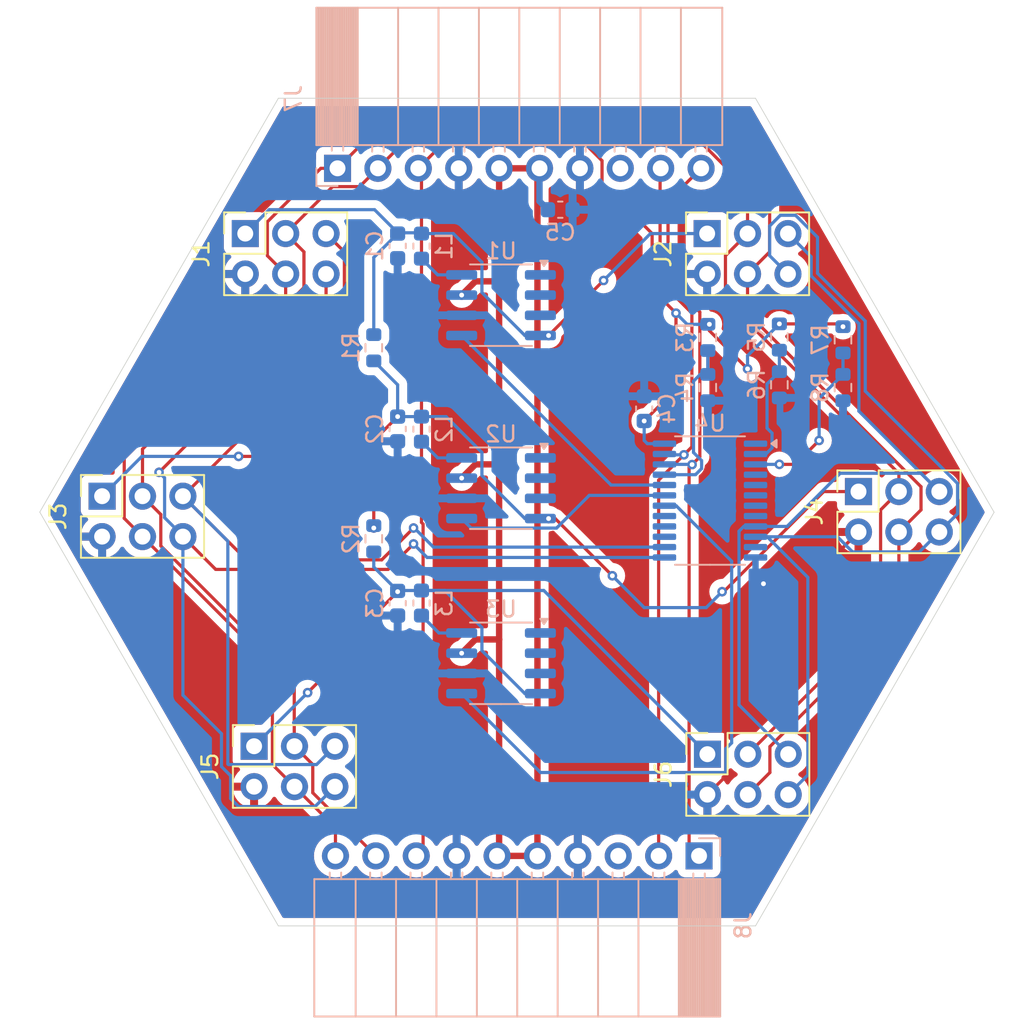
<source format=kicad_pcb>
(kicad_pcb (version 20240108) (generator "pcbnew") (generator_version "8.0")
  (layers (0 "F.Cu" signal) (31 "B.Cu" signal) (34 "B.Paste" user) (35 "F.Paste" user) (36 "B.SilkS" user "B.Silkscreen") (37 "F.SilkS" user "F.Silkscreen") (38 "B.Mask" user) (39 "F.Mask" user) (44 "Edge.Cuts" user))
  (net 0 "")
  (net 1 "VCC-A")
  (net 2 "VCC-B")
  (net 3 "VCC-C")
  (net 4 "+3.3V")
  (net 5 "GND")
  (net 6 "+5V")
  (net 7 "/GPIO2L")
  (net 8 "/SDA1")
  (net 9 "/GPIO1L")
  (net 10 "/SCL1")
  (net 11 "/GPIO2R")
  (net 12 "/GPIO1R")
  (net 13 "/SDA2")
  (net 15 "/SCL2")
  (net 17 "Net-(U1-OUT)")
  (net 18 "Net-(U2-OUT)")
  (net 19 "Net-(U3-OUT)")
  (net 20 "/A0")
  (net 21 "/A1")
  (net 22 "/A2")
  (net 23 "/EN-A")
  (net 27 "/EN-B")
  (net 31 "/EN-C")
  (footprint "Connector_PinSocket_2.54mm:PinSocket_2x03_P2.54mm_Vertical" (layer "F.Cu") (at 97.92 58.5 90)
    (property "Reference" "J1" (at -1.27 -2.77 90) (layer "F.SilkS"))
    (property "Value" "Conn_02x03_Odd_Even")
    (pad "1" thru_hole rect (at 0 0 90) (size 1.7 1.7) (drill 1) (layers "*.Cu" "*.Mask") (net 1 "VCC-A"))
    (pad "2" thru_hole oval (at -2.54 0 90) (size 1.7 1.7) (drill 1) (layers "*.Cu" "*.Mask") (net 5 "GND"))
    (pad "3" thru_hole oval (at 0 2.54 90) (size 1.7 1.7) (drill 1) (layers "*.Cu" "*.Mask") (net 8 "/SDA1"))
    (pad "4" thru_hole oval (at -2.54 2.54 90) (size 1.7 1.7) (drill 1) (layers "*.Cu" "*.Mask") (net 10 "/SCL1"))
    (pad "5" thru_hole oval (at 0 5.08 90) (size 1.7 1.7) (drill 1) (layers "*.Cu" "*.Mask") (net 9 "/GPIO1L"))
    (pad "6" thru_hole oval (at -2.54 5.08 90) (size 1.7 1.7) (drill 1) (layers "*.Cu" "*.Mask") (net 7 "/GPIO2L"))
  )
  (footprint "Connector_PinSocket_2.54mm:PinSocket_2x03_P2.54mm_Vertical" (layer "F.Cu") (at 126.96 58.5 90)
    (property "Reference" "J2" (at -1.27 -2.77 90) (layer "F.SilkS"))
    (property "Value" "Conn_02x03_Odd_Even")
    (pad "1" thru_hole rect (at 0 0 90) (size 1.7 1.7) (drill 1) (layers "*.Cu" "*.Mask") (net 1 "VCC-A"))
    (pad "2" thru_hole oval (at -2.54 0 90) (size 1.7 1.7) (drill 1) (layers "*.Cu" "*.Mask") (net 5 "GND"))
    (pad "3" thru_hole oval (at 0 2.54 90) (size 1.7 1.7) (drill 1) (layers "*.Cu" "*.Mask") (net 8 "/SDA1"))
    (pad "4" thru_hole oval (at -2.54 2.54 90) (size 1.7 1.7) (drill 1) (layers "*.Cu" "*.Mask") (net 10 "/SCL1"))
    (pad "5" thru_hole oval (at 0 5.08 90) (size 1.7 1.7) (drill 1) (layers "*.Cu" "*.Mask") (net 12 "/GPIO1R"))
    (pad "6" thru_hole oval (at -2.54 5.08 90) (size 1.7 1.7) (drill 1) (layers "*.Cu" "*.Mask") (net 11 "/GPIO2R"))
  )
  (footprint "Connector_PinSocket_2.54mm:PinSocket_2x03_P2.54mm_Vertical" (layer "F.Cu") (at 136.475 74.71 90)
    (property "Reference" "J4" (at -1.27 -2.77 90) (layer "F.SilkS"))
    (property "Value" "Conn_02x03_Odd_Even")
    (pad "1" thru_hole rect (at 0 0 90) (size 1.7 1.7) (drill 1) (layers "*.Cu" "*.Mask") (net 2 "VCC-B"))
    (pad "2" thru_hole oval (at -2.54 0 90) (size 1.7 1.7) (drill 1) (layers "*.Cu" "*.Mask") (net 5 "GND"))
    (pad "3" thru_hole oval (at 0 2.54 90) (size 1.7 1.7) (drill 1) (layers "*.Cu" "*.Mask") (net 8 "/SDA1"))
    (pad "4" thru_hole oval (at -2.54 2.54 90) (size 1.7 1.7) (drill 1) (layers "*.Cu" "*.Mask") (net 10 "/SCL1"))
    (pad "5" thru_hole oval (at 0 5.08 90) (size 1.7 1.7) (drill 1) (layers "*.Cu" "*.Mask") (net 12 "/GPIO1R"))
    (pad "6" thru_hole oval (at -2.54 5.08 90) (size 1.7 1.7) (drill 1) (layers "*.Cu" "*.Mask") (net 11 "/GPIO2R"))
  )
  (footprint "Connector_PinSocket_2.54mm:PinSocket_2x03_P2.54mm_Vertical" (layer "F.Cu") (at 98.475 90.71 90)
    (property "Reference" "J5" (at -1.27 -2.77 90) (layer "F.SilkS"))
    (property "Value" "Conn_02x03_Odd_Even")
    (pad "1" thru_hole rect (at 0 0 90) (size 1.7 1.7) (drill 1) (layers "*.Cu" "*.Mask") (net 3 "VCC-C"))
    (pad "2" thru_hole oval (at -2.54 0 90) (size 1.7 1.7) (drill 1) (layers "*.Cu" "*.Mask") (net 5 "GND"))
    (pad "3" thru_hole oval (at 0 2.54 90) (size 1.7 1.7) (drill 1) (layers "*.Cu" "*.Mask") (net 8 "/SDA1"))
    (pad "4" thru_hole oval (at -2.54 2.54 90) (size 1.7 1.7) (drill 1) (layers "*.Cu" "*.Mask") (net 10 "/SCL1"))
    (pad "5" thru_hole oval (at 0 5.08 90) (size 1.7 1.7) (drill 1) (layers "*.Cu" "*.Mask") (net 9 "/GPIO1L"))
    (pad "6" thru_hole oval (at -2.54 5.08 90) (size 1.7 1.7) (drill 1) (layers "*.Cu" "*.Mask") (net 7 "/GPIO2L"))
  )
  (footprint "Connector_PinSocket_2.54mm:PinSocket_2x03_P2.54mm_Vertical" (layer "F.Cu") (at 88.92 75 90)
    (property "Reference" "J3" (at -1.27 -2.77 90) (layer "F.SilkS"))
    (property "Value" "Conn_02x03_Odd_Even")
    (pad "1" thru_hole rect (at 0 0 90) (size 1.7 1.7) (drill 1) (layers "*.Cu" "*.Mask") (net 2 "VCC-B"))
    (pad "2" thru_hole oval (at -2.54 0 90) (size 1.7 1.7) (drill 1) (layers "*.Cu" "*.Mask") (net 5 "GND"))
    (pad "3" thru_hole oval (at 0 2.54 90) (size 1.7 1.7) (drill 1) (layers "*.Cu" "*.Mask") (net 8 "/SDA1"))
    (pad "4" thru_hole oval (at -2.54 2.54 90) (size 1.7 1.7) (drill 1) (layers "*.Cu" "*.Mask") (net 10 "/SCL1"))
    (pad "5" thru_hole oval (at 0 5.08 90) (size 1.7 1.7) (drill 1) (layers "*.Cu" "*.Mask") (net 9 "/GPIO1L"))
    (pad "6" thru_hole oval (at -2.54 5.08 90) (size 1.7 1.7) (drill 1) (layers "*.Cu" "*.Mask") (net 7 "/GPIO2L"))
  )
  (footprint "Connector_PinSocket_2.54mm:PinSocket_2x03_P2.54mm_Vertical" (layer "F.Cu") (at 126.975 91.21 90)
    (property "Reference" "J6" (at -1.27 -2.77 90) (layer "F.SilkS"))
    (property "Value" "Conn_02x03_Odd_Even")
    (pad "1" thru_hole rect (at 0 0 90) (size 1.7 1.7) (drill 1) (layers "*.Cu" "*.Mask") (net 3 "VCC-C"))
    (pad "2" thru_hole oval (at -2.54 0 90) (size 1.7 1.7) (drill 1) (layers "*.Cu" "*.Mask") (net 5 "GND"))
    (pad "3" thru_hole oval (at 0 2.54 90) (size 1.7 1.7) (drill 1) (layers "*.Cu" "*.Mask") (net 8 "/SDA1"))
    (pad "4" thru_hole oval (at -2.54 2.54 90) (size 1.7 1.7) (drill 1) (layers "*.Cu" "*.Mask") (net 10 "/SCL1"))
    (pad "5" thru_hole oval (at 0 5.08 90) (size 1.7 1.7) (drill 1) (layers "*.Cu" "*.Mask") (net 12 "/GPIO1R"))
    (pad "6" thru_hole oval (at -2.54 5.08 90) (size 1.7 1.7) (drill 1) (layers "*.Cu" "*.Mask") (net 11 "/GPIO2R"))
  )
  (footprint "Resistor_SMD:R_0603_1608Metric" (layer "B.Cu") (at 127 65.025 -90)
    (property "Reference" "R3" (at 0 1.43 90) (layer "B.SilkS") (effects (justify mirror)))
    (property "Value" "R")
    (pad "1" smd roundrect (at -0.825 0 270) (size 0.8 0.95) (layers "B.Cu" "B.Paste" "B.Mask") (net 4 "+3.3V"))
    (pad "2" smd roundrect (at 0.825 0 270) (size 0.8 0.95) (layers "B.Cu" "B.Paste" "B.Mask") (net 20 "/A0"))
  )
  (footprint "Resistor_SMD:R_0603_1608Metric" (layer "B.Cu") (at 131.5 65 -90)
    (property "Reference" "R5" (at 0 1.43 90) (layer "B.SilkS") (effects (justify mirror)))
    (property "Value" "R")
    (pad "1" smd roundrect (at -0.825 0 270) (size 0.8 0.95) (layers "B.Cu" "B.Paste" "B.Mask") (net 4 "+3.3V"))
    (pad "2" smd roundrect (at 0.825 0 270) (size 0.8 0.95) (layers "B.Cu" "B.Paste" "B.Mask") (net 21 "/A1"))
  )
  (footprint "Resistor_SMD:R_0603_1608Metric" (layer "B.Cu") (at 131.5 68 -90)
    (property "Reference" "R6" (at 0 1.43 90) (layer "B.SilkS") (effects (justify mirror)))
    (property "Value" "R")
    (pad "1" smd roundrect (at -0.825 0 270) (size 0.8 0.95) (layers "B.Cu" "B.Paste" "B.Mask") (net 21 "/A1"))
    (pad "2" smd roundrect (at 0.825 0 270) (size 0.8 0.95) (layers "B.Cu" "B.Paste" "B.Mask") (net 5 "GND"))
  )
  (footprint "Capacitor_SMD:C_0603_1608Metric" (layer "B.Cu") (at 107.5 70.775 -90)
    (property "Reference" "C2" (at 0 1.43 90) (layer "B.SilkS") (effects (justify mirror)))
    (property "Value" "C")
    (pad "1" smd roundrect (at -0.775 0 270) (size 0.9 0.95) (layers "B.Cu" "B.Paste" "B.Mask") (net 2 "VCC-B"))
    (pad "2" smd roundrect (at 0.775 0 270) (size 0.9 0.95) (layers "B.Cu" "B.Paste" "B.Mask") (net 5 "GND"))
  )
  (footprint "Package_SO:TSSOP-24_4.4x7.8mm_P0.65mm" (layer "B.Cu") (at 127.1375 75.275 180)
    (property "Reference" "U4" (at 0 4.85 0) (layer "B.SilkS") (effects (justify mirror)))
    (property "Value" "TCA9535PWR")
    (pad "1" smd roundrect (at -2.8625 3.575 180) (size 1.475 0.4) (layers "B.Cu" "B.Paste" "B.Mask"))
    (pad "2" smd roundrect (at -2.8625 2.925 180) (size 1.475 0.4) (layers "B.Cu" "B.Paste" "B.Mask") (net 21 "/A1"))
    (pad "3" smd roundrect (at -2.8625 2.275 180) (size 1.475 0.4) (layers "B.Cu" "B.Paste" "B.Mask") (net 22 "/A2"))
    (pad "4" smd roundrect (at -2.8625 1.625 180) (size 1.475 0.4) (layers "B.Cu" "B.Paste" "B.Mask"))
    (pad "5" smd roundrect (at -2.8625 0.975 180) (size 1.475 0.4) (layers "B.Cu" "B.Paste" "B.Mask"))
    (pad "6" smd roundrect (at -2.8625 0.325 180) (size 1.475 0.4) (layers "B.Cu" "B.Paste" "B.Mask"))
    (pad "7" smd roundrect (at -2.8625 -0.325 180) (size 1.475 0.4) (layers "B.Cu" "B.Paste" "B.Mask"))
    (pad "8" smd roundrect (at -2.8625 -0.975 180) (size 1.475 0.4) (layers "B.Cu" "B.Paste" "B.Mask"))
    (pad "9" smd roundrect (at -2.8625 -1.625 180) (size 1.475 0.4) (layers "B.Cu" "B.Paste" "B.Mask") (net 12 "/GPIO1R"))
    (pad "10" smd roundrect (at -2.8625 -2.275 180) (size 1.475 0.4) (layers "B.Cu" "B.Paste" "B.Mask") (net 11 "/GPIO2R"))
    (pad "11" smd roundrect (at -2.8625 -2.925 180) (size 1.475 0.4) (layers "B.Cu" "B.Paste" "B.Mask"))
    (pad "12" smd roundrect (at -2.8625 -3.575 180) (size 1.475 0.4) (layers "B.Cu" "B.Paste" "B.Mask") (net 5 "GND"))
    (pad "13" smd roundrect (at 2.8625 -3.575 180) (size 1.475 0.4) (layers "B.Cu" "B.Paste" "B.Mask") (net 7 "/GPIO2L"))
    (pad "14" smd roundrect (at 2.8625 -2.925 180) (size 1.475 0.4) (layers "B.Cu" "B.Paste" "B.Mask") (net 9 "/GPIO1L"))
    (pad "15" smd roundrect (at 2.8625 -2.275 180) (size 1.475 0.4) (layers "B.Cu" "B.Paste" "B.Mask"))
    (pad "16" smd roundrect (at 2.8625 -1.625 180) (size 1.475 0.4) (layers "B.Cu" "B.Paste" "B.Mask"))
    (pad "17" smd roundrect (at 2.8625 -0.975 180) (size 1.475 0.4) (layers "B.Cu" "B.Paste" "B.Mask"))
    (pad "18" smd roundrect (at 2.8625 -0.325 180) (size 1.475 0.4) (layers "B.Cu" "B.Paste" "B.Mask") (net 31 "/EN-C"))
    (pad "19" smd roundrect (at 2.8625 0.325 180) (size 1.475 0.4) (layers "B.Cu" "B.Paste" "B.Mask") (net 27 "/EN-B"))
    (pad "20" smd roundrect (at 2.8625 0.975 180) (size 1.475 0.4) (layers "B.Cu" "B.Paste" "B.Mask") (net 23 "/EN-A"))
    (pad "21" smd roundrect (at 2.8625 1.625 180) (size 1.475 0.4) (layers "B.Cu" "B.Paste" "B.Mask") (net 20 "/A0"))
    (pad "22" smd roundrect (at 2.8625 2.275 180) (size 1.475 0.4) (layers "B.Cu" "B.Paste" "B.Mask") (net 15 "/SCL2"))
    (pad "23" smd roundrect (at 2.8625 2.925 180) (size 1.475 0.4) (layers "B.Cu" "B.Paste" "B.Mask") (net 13 "/SDA2"))
    (pad "24" smd roundrect (at 2.8625 3.575 180) (size 1.475 0.4) (layers "B.Cu" "B.Paste" "B.Mask") (net 4 "+3.3V"))
  )
  (footprint "Resistor_SMD:R_0603_1608Metric" (layer "B.Cu") (at 135.5 68.175 -90)
    (property "Reference" "R8" (at 0 1.43 90) (layer "B.SilkS") (effects (justify mirror)))
    (property "Value" "R")
    (pad "1" smd roundrect (at -0.825 0 270) (size 0.8 0.95) (layers "B.Cu" "B.Paste" "B.Mask") (net 22 "/A2"))
    (pad "2" smd roundrect (at 0.825 0 270) (size 0.8 0.95) (layers "B.Cu" "B.Paste" "B.Mask") (net 5 "GND"))
  )
  (footprint "Package_SO:SOIC-8_3.9x4.9mm_P1.27mm" (layer "B.Cu") (at 114 74.5 180)
    (property "Reference" "U2" (at 0 3.4 0) (layer "B.SilkS") (effects (justify mirror)))
    (property "Value" "LM2594M-3.3")
    (pad "1" smd roundrect (at -2.475 1.905 180) (size 1.95 0.6) (layers "B.Cu" "B.Paste" "B.Mask"))
    (pad "2" smd roundrect (at -2.475 0.635 180) (size 1.95 0.6) (layers "B.Cu" "B.Paste" "B.Mask"))
    (pad "3" smd roundrect (at -2.475 -0.635 180) (size 1.95 0.6) (layers "B.Cu" "B.Paste" "B.Mask"))
    (pad "4" smd roundrect (at -2.475 -1.905 180) (size 1.95 0.6) (layers "B.Cu" "B.Paste" "B.Mask") (net 2 "VCC-B"))
    (pad "5" smd roundrect (at 2.475 -1.905 180) (size 1.95 0.6) (layers "B.Cu" "B.Paste" "B.Mask") (net 27 "/EN-B"))
    (pad "6" smd roundrect (at 2.475 -0.635 180) (size 1.95 0.6) (layers "B.Cu" "B.Paste" "B.Mask") (net 5 "GND"))
    (pad "7" smd roundrect (at 2.475 0.635 180) (size 1.95 0.6) (layers "B.Cu" "B.Paste" "B.Mask") (net 6 "+5V"))
    (pad "8" smd roundrect (at 2.475 1.905 180) (size 1.95 0.6) (layers "B.Cu" "B.Paste" "B.Mask") (net 18 "Net-(U2-OUT)"))
  )
  (footprint "Inductor_SMD:L_0603_1608Metric" (layer "B.Cu") (at 109 70.7875 90)
    (property "Reference" "L2" (at 0 1.43 90) (layer "B.SilkS") (effects (justify mirror)))
    (property "Value" "L")
    (pad "1" smd roundrect (at -0.7875 0 90) (size 0.875 0.95) (layers "B.Cu" "B.Paste" "B.Mask") (net 18 "Net-(U2-OUT)"))
    (pad "2" smd roundrect (at 0.7875 0 90) (size 0.875 0.95) (layers "B.Cu" "B.Paste" "B.Mask") (net 2 "VCC-B"))
  )
  (footprint "Package_SO:SOIC-8_3.9x4.9mm_P1.27mm" (layer "B.Cu") (at 114 63 180)
    (property "Reference" "U1" (at 0 3.4 360) (layer "B.SilkS") (effects (justify mirror)))
    (property "Value" "LM2594M-3.3")
    (pad "1" smd roundrect (at -2.475 1.905 180) (size 1.95 0.6) (layers "B.Cu" "B.Paste" "B.Mask"))
    (pad "2" smd roundrect (at -2.475 0.635 180) (size 1.95 0.6) (layers "B.Cu" "B.Paste" "B.Mask"))
    (pad "3" smd roundrect (at -2.475 -0.635 180) (size 1.95 0.6) (layers "B.Cu" "B.Paste" "B.Mask"))
    (pad "4" smd roundrect (at -2.475 -1.905 180) (size 1.95 0.6) (layers "B.Cu" "B.Paste" "B.Mask") (net 1 "VCC-A"))
    (pad "5" smd roundrect (at 2.475 -1.905 180) (size 1.95 0.6) (layers "B.Cu" "B.Paste" "B.Mask") (net 23 "/EN-A"))
    (pad "6" smd roundrect (at 2.475 -0.635 180) (size 1.95 0.6) (layers "B.Cu" "B.Paste" "B.Mask") (net 5 "GND"))
    (pad "7" smd roundrect (at 2.475 0.635 180) (size 1.95 0.6) (layers "B.Cu" "B.Paste" "B.Mask") (net 6 "+5V"))
    (pad "8" smd roundrect (at 2.475 1.905 180) (size 1.95 0.6) (layers "B.Cu" "B.Paste" "B.Mask") (net 17 "Net-(U1-OUT)"))
  )
  (footprint "Connector_PinSocket_2.54mm:PinSocket_1x10_P2.54mm_Horizontal" (layer "B.Cu") (at 126.45 97.6 90)
    (property "Reference" "J8" (at -4.38 2.77 90) (layer "B.SilkS") (effects (justify mirror)))
    (property "Value" "Conn_Down")
    (pad "1" thru_hole rect (at 0 0 90) (size 1.7 1.7) (drill 1) (layers "*.Cu" "*.Mask") (net 15 "/SCL2"))
    (pad "2" thru_hole oval (at 0 -2.54 90) (size 1.7 1.7) (drill 1) (layers "*.Cu" "*.Mask") (net 13 "/SDA2"))
    (pad "3" thru_hole oval (at 0 -5.08 90) (size 1.7 1.7) (drill 1) (layers "*.Cu" "*.Mask"))
    (pad "4" thru_hole oval (at 0 -7.62 90) (size 1.7 1.7) (drill 1) (layers "*.Cu" "*.Mask") (net 5 "GND"))
    (pad "5" thru_hole oval (at 0 -10.16 90) (size 1.7 1.7) (drill 1) (layers "*.Cu" "*.Mask") (net 6 "+5V"))
    (pad "6" thru_hole oval (at 0 -12.7 90) (size 1.7 1.7) (drill 1) (layers "*.Cu" "*.Mask") (net 6 "+5V"))
    (pad "7" thru_hole oval (at 0 -15.24 90) (size 1.7 1.7) (drill 1) (layers "*.Cu" "*.Mask") (net 5 "GND"))
    (pad "8" thru_hole oval (at 0 -17.78 90) (size 1.7 1.7) (drill 1) (layers "*.Cu" "*.Mask") (net 4 "+3.3V"))
    (pad "9" thru_hole oval (at 0 -20.32 90) (size 1.7 1.7) (drill 1) (layers "*.Cu" "*.Mask") (net 8 "/SDA1"))
    (pad "10" thru_hole oval (at 0 -22.86 90) (size 1.7 1.7) (drill 1) (layers "*.Cu" "*.Mask") (net 10 "/SCL1"))
  )
  (footprint "Resistor_SMD:R_0603_1608Metric" (layer "B.Cu") (at 106 65.675 -90)
    (property "Reference" "R1" (at 0 1.43 90) (layer "B.SilkS") (effects (justify mirror)))
    (property "Value" "R")
    (pad "1" smd roundrect (at -0.825 0 270) (size 0.8 0.95) (layers "B.Cu" "B.Paste" "B.Mask") (net 1 "VCC-A"))
    (pad "2" smd roundrect (at 0.825 0 270) (size 0.8 0.95) (layers "B.Cu" "B.Paste" "B.Mask") (net 2 "VCC-B"))
  )
  (footprint "Inductor_SMD:L_0603_1608Metric" (layer "B.Cu") (at 109 59.2875 90)
    (property "Reference" "L1" (at 0 1.43 90) (layer "B.SilkS") (effects (justify mirror)))
    (property "Value" "L")
    (pad "1" smd roundrect (at -0.7875 0 90) (size 0.875 0.95) (layers "B.Cu" "B.Paste" "B.Mask") (net 17 "Net-(U1-OUT)"))
    (pad "2" smd roundrect (at 0.7875 0 90) (size 0.875 0.95) (layers "B.Cu" "B.Paste" "B.Mask") (net 1 "VCC-A"))
  )
  (footprint "Capacitor_SMD:C_0603_1608Metric" (layer "B.Cu") (at 107.5 59.275 -90)
    (property "Reference" "C1" (at 0 1.43 90) (layer "B.SilkS") (effects (justify mirror)))
    (property "Value" "C")
    (pad "1" smd roundrect (at -0.775 0 270) (size 0.9 0.95) (layers "B.Cu" "B.Paste" "B.Mask") (net 1 "VCC-A"))
    (pad "2" smd roundrect (at 0.775 0 270) (size 0.9 0.95) (layers "B.Cu" "B.Paste" "B.Mask") (net 5 "GND"))
  )
  (footprint "Capacitor_SMD:C_0603_1608Metric" (layer "B.Cu") (at 107.5 81.725 -90)
    (property "Reference" "C3" (at 0 1.43 90) (layer "B.SilkS") (effects (justify mirror)))
    (property "Value" "C")
    (pad "1" smd roundrect (at -0.775 0 270) (size 0.9 0.95) (layers "B.Cu" "B.Paste" "B.Mask") (net 3 "VCC-C"))
    (pad "2" smd roundrect (at 0.775 0 270) (size 0.9 0.95) (layers "B.Cu" "B.Paste" "B.Mask") (net 5 "GND"))
  )
  (footprint "Resistor_SMD:R_0603_1608Metric" (layer "B.Cu") (at 127 68.175 -90)
    (property "Reference" "R4" (at 0 1.43 90) (layer "B.SilkS") (effects (justify mirror)))
    (property "Value" "R")
    (pad "1" smd roundrect (at -0.825 0 270) (size 0.8 0.95) (layers "B.Cu" "B.Paste" "B.Mask") (net 20 "/A0"))
    (pad "2" smd roundrect (at 0.825 0 270) (size 0.8 0.95) (layers "B.Cu" "B.Paste" "B.Mask") (net 5 "GND"))
  )
  (footprint "Resistor_SMD:R_0603_1608Metric" (layer "B.Cu") (at 135.5 65.175 -90)
    (property "Reference" "R7" (at 0 1.43 90) (layer "B.SilkS") (effects (justify mirror)))
    (property "Value" "R")
    (pad "1" smd roundrect (at -0.825 0 270) (size 0.8 0.95) (layers "B.Cu" "B.Paste" "B.Mask") (net 4 "+3.3V"))
    (pad "2" smd roundrect (at 0.825 0 270) (size 0.8 0.95) (layers "B.Cu" "B.Paste" "B.Mask") (net 22 "/A2"))
  )
  (footprint "Inductor_SMD:L_0603_1608Metric" (layer "B.Cu") (at 109 81.7125 90)
    (property "Reference" "L3" (at 0 1.43 90) (layer "B.SilkS") (effects (justify mirror)))
    (property "Value" "L")
    (pad "1" smd roundrect (at -0.7875 0 90) (size 0.875 0.95) (layers "B.Cu" "B.Paste" "B.Mask") (net 19 "Net-(U3-OUT)"))
    (pad "2" smd roundrect (at 0.7875 0 90) (size 0.875 0.95) (layers "B.Cu" "B.Paste" "B.Mask") (net 3 "VCC-C"))
  )
  (footprint "Capacitor_SMD:C_0603_1608Metric" (layer "B.Cu") (at 123 69.5 90)
    (property "Reference" "C4" (at 0 1.43 90) (layer "B.SilkS") (effects (justify mirror)))
    (property "Value" "C")
    (pad "1" smd roundrect (at -0.775 0 90) (size 0.9 0.95) (layers "B.Cu" "B.Paste" "B.Mask") (net 4 "+3.3V"))
    (pad "2" smd roundrect (at 0.775 0 90) (size 0.9 0.95) (layers "B.Cu" "B.Paste" "B.Mask") (net 5 "GND"))
  )
  (footprint "Capacitor_SMD:C_0603_1608Metric" (layer "B.Cu") (at 117.725 57)
    (property "Reference" "C5" (at 0 1.43 0) (layer "B.SilkS") (effects (justify mirror)))
    (property "Value" "C")
    (pad "1" smd roundrect (at -0.775 0) (size 0.9 0.95) (layers "B.Cu" "B.Paste" "B.Mask") (net 6 "+5V"))
    (pad "2" smd roundrect (at 0.775 0) (size 0.9 0.95) (layers "B.Cu" "B.Paste" "B.Mask") (net 5 "GND"))
  )
  (footprint "Connector_PinSocket_2.54mm:PinSocket_1x10_P2.54mm_Horizontal" (layer "B.Cu") (at 103.72 54.4 -90)
    (property "Reference" "J7" (at -4.38 2.77 90) (layer "B.SilkS") (effects (justify mirror)))
    (property "Value" "Conn_Up")
    (pad "1" thru_hole rect (at 0 0 270) (size 1.7 1.7) (drill 1) (layers "*.Cu" "*.Mask") (net 10 "/SCL1"))
    (pad "2" thru_hole oval (at 0 -2.54 270) (size 1.7 1.7) (drill 1) (layers "*.Cu" "*.Mask") (net 8 "/SDA1"))
    (pad "3" thru_hole oval (at 0 -5.08 270) (size 1.7 1.7) (drill 1) (layers "*.Cu" "*.Mask") (net 4 "+3.3V"))
    (pad "4" thru_hole oval (at 0 -7.62 270) (size 1.7 1.7) (drill 1) (layers "*.Cu" "*.Mask") (net 5 "GND"))
    (pad "5" thru_hole oval (at 0 -10.16 270) (size 1.7 1.7) (drill 1) (layers "*.Cu" "*.Mask") (net 6 "+5V"))
    (pad "6" thru_hole oval (at 0 -12.7 270) (size 1.7 1.7) (drill 1) (layers "*.Cu" "*.Mask") (net 6 "+5V"))
    (pad "7" thru_hole oval (at 0 -15.24 270) (size 1.7 1.7) (drill 1) (layers "*.Cu" "*.Mask") (net 5 "GND"))
    (pad "8" thru_hole oval (at 0 -17.78 270) (size 1.7 1.7) (drill 1) (layers "*.Cu" "*.Mask"))
    (pad "9" thru_hole oval (at 0 -20.32 270) (size 1.7 1.7) (drill 1) (layers "*.Cu" "*.Mask") (net 13 "/SDA2"))
    (pad "10" thru_hole oval (at 0 -22.86 270) (size 1.7 1.7) (drill 1) (layers "*.Cu" "*.Mask") (net 15 "/SCL2"))
  )
  (footprint "Package_SO:SOIC-8_3.9x4.9mm_P1.27mm" (layer "B.Cu") (at 114 85.5 180)
    (property "Reference" "U3" (at 0 3.4 0) (layer "B.SilkS") (effects (justify mirror)))
    (property "Value" "LM2594M-3.3")
    (pad "1" smd roundrect (at -2.475 1.905 180) (size 1.95 0.6) (layers "B.Cu" "B.Paste" "B.Mask"))
    (pad "2" smd roundrect (at -2.475 0.635 180) (size 1.95 0.6) (layers "B.Cu" "B.Paste" "B.Mask"))
    (pad "3" smd roundrect (at -2.475 -0.635 180) (size 1.95 0.6) (layers "B.Cu" "B.Paste" "B.Mask"))
    (pad "4" smd roundrect (at -2.475 -1.905 180) (size 1.95 0.6) (layers "B.Cu" "B.Paste" "B.Mask") (net 3 "VCC-C"))
    (pad "5" smd roundrect (at 2.475 -1.905 180) (size 1.95 0.6) (layers "B.Cu" "B.Paste" "B.Mask") (net 31 "/EN-C"))
    (pad "6" smd roundrect (at 2.475 -0.635 180) (size 1.95 0.6) (layers "B.Cu" "B.Paste" "B.Mask") (net 5 "GND"))
    (pad "7" smd roundrect (at 2.475 0.635 180) (size 1.95 0.6) (layers "B.Cu" "B.Paste" "B.Mask") (net 6 "+5V"))
    (pad "8" smd roundrect (at 2.475 1.905 180) (size 1.95 0.6) (layers "B.Cu" "B.Paste" "B.Mask") (net 19 "Net-(U3-OUT)"))
  )
  (footprint "Resistor_SMD:R_0603_1608Metric" (layer "B.Cu") (at 106 77.675 -90)
    (property "Reference" "R2" (at 0 1.43 90) (layer "B.SilkS") (effects (justify mirror)))
    (property "Value" "R")
    (pad "1" smd roundrect (at -0.825 0 270) (size 0.8 0.95) (layers "B.Cu" "B.Paste" "B.Mask") (net 2 "VCC-B"))
    (pad "2" smd roundrect (at 0.825 0 270) (size 0.8 0.95) (layers "B.Cu" "B.Paste" "B.Mask") (net 3 "VCC-C"))
  )
  (gr_line (start 145 76.009619) (end 130 102) (stroke (width 0.05)) (layer "Edge.Cuts"))
  (gr_line (start 130 102) (end 100 102) (stroke (width 0.05)) (layer "Edge.Cuts"))
  (gr_line (start 100 50) (end 130 50) (stroke (width 0.05)) (layer "Edge.Cuts"))
  (gr_line (start 130 50) (end 145 76.009619) (stroke (width 0.05)) (layer "Edge.Cuts"))
  (gr_line (start 100 102) (end 85 76) (stroke (width 0.05)) (layer "Edge.Cuts"))
  (gr_line (start 85 76) (end 100 50) (stroke (width 0.05)) (layer "Edge.Cuts"))
  (segment (start 120.4475 61.4475) (end 116.99 64.905) (width 0.2) (layer "F.Cu") (net 1))
  (via (at 116.99 64.905) (size 0.6) (drill 0.3) (layers "F.Cu" "B.Cu") (net 1))
  (via (at 120.4475 61.4475) (size 0.6) (drill 0.3) (layers "F.Cu" "B.Cu") (net 1))
  (segment (start 115.500001 64.905) (end 112.8 62.204999) (width 0.2) (layer "B.Cu") (net 1))
  (segment (start 107.5 58.45) (end 108.95 58.45) (width 0.2) (layer "B.Cu") (net 1))
  (segment (start 120.4475 61.4475) (end 123.395 58.5) (width 0.2) (layer "B.Cu") (net 1))
  (segment (start 112.8 60.3) (end 111 58.5) (width 0.2) (layer "B.Cu") (net 1))
  (segment (start 111 58.5) (end 109 58.5) (width 0.2) (layer "B.Cu") (net 1))
  (segment (start 116.475 64.905) (end 115.500001 64.905) (width 0.2) (layer "B.Cu") (net 1))
  (segment (start 112.8 62.204999) (end 112.8 60.3) (width 0.2) (layer "B.Cu") (net 1))
  (segment (start 108.95 58.45) (end 109 58.5) (width 0.2) (layer "B.Cu") (net 1))
  (segment (start 99.42 57) (end 97.92 58.5) (width 0.2) (layer "B.Cu") (net 1))
  (segment (start 106 64.85) (end 106 60) (width 0.2) (layer "B.Cu") (net 1))
  (segment (start 106 60) (end 107.5 58.5) (width 0.2) (layer "B.Cu") (net 1))
  (segment (start 107.5 58.45) (end 106.05 57) (width 0.2) (layer "B.Cu") (net 1))
  (segment (start 106.05 57) (end 99.42 57) (width 0.2) (layer "B.Cu") (net 1))
  (segment (start 123.395 58.5) (end 126.96 58.5) (width 0.2) (layer "B.Cu") (net 1))
  (segment (start 97.5 72.5) (end 105 72.5) (width 0.2) (layer "F.Cu") (net 2))
  (segment (start 105 72.5) (end 106 71.5) (width 0.2) (layer "F.Cu") (net 2))
  (segment (start 121 80) (end 117.405 76.405) (width 0.2) (layer "F.Cu") (net 2))
  (segment (start 127.9 81) (end 128 81) (width 0.2) (layer "F.Cu") (net 2))
  (segment (start 134.29 74.71) (end 136.475 74.71) (width 0.2) (layer "F.Cu") (net 2))
  (segment (start 128 81) (end 134.29 74.71) (width 0.2) (layer "F.Cu") (net 2))
  (segment (start 106 71.5) (end 107.5 70) (width 0.2) (layer "F.Cu") (net 2))
  (segment (start 106 77) (end 106 71.5) (width 0.2) (layer "F.Cu") (net 2))
  (segment (start 117.405 76.405) (end 116.99 76.405) (width 0.2) (layer "F.Cu") (net 2))
  (via (at 106 77) (size 0.6) (drill 0.3) (layers "F.Cu" "B.Cu") (net 2))
  (via (at 97.5 72.5) (size 0.6) (drill 0.3) (layers "F.Cu" "B.Cu") (net 2))
  (via (at 107.5 70) (size 0.6) (drill 0.3) (layers "F.Cu" "B.Cu") (net 2))
  (via (at 127.9 81) (size 0.6) (drill 0.3) (layers "F.Cu" "B.Cu") (net 2))
  (via (at 121 80) (size 0.6) (drill 0.3) (layers "F.Cu" "B.Cu") (net 2))
  (via (at 116.99 76.405) (size 0.6) (drill 0.3) (layers "F.Cu" "B.Cu") (net 2))
  (segment (start 112.8 73.704999) (end 112.8 72.254448) (width 0.2) (layer "B.Cu") (net 2))
  (segment (start 126.9 82) (end 123 82) (width 0.2) (layer "B.Cu") (net 2))
  (segment (start 110.545552 70) (end 109 70) (width 0.2) (layer "B.Cu") (net 2))
  (segment (start 116.475 76.405) (end 115.500001 76.405) (width 0.2) (layer "B.Cu") (net 2))
  (segment (start 106 76.85) (end 106 77) (width 0.2) (layer "B.Cu") (net 2))
  (segment (start 112.8 72.254448) (end 110.545552 70) (width 0.2) (layer "B.Cu") (net 2))
  (segment (start 123 82) (end 121 80) (width 0.2) (layer "B.Cu") (net 2))
  (segment (start 107.5 68) (end 106 66.5) (width 0.2) (layer "B.Cu") (net 2))
  (segment (start 91.42 72.5) (end 97.5 72.5) (width 0.2) (layer "B.Cu") (net 2))
  (segment (start 115.500001 76.405) (end 112.8 73.704999) (width 0.2) (layer "B.Cu") (net 2))
  (segment (start 127.9 81) (end 126.9 82) (width 0.2) (layer "B.Cu") (net 2))
  (segment (start 107.5 70) (end 107.5 68) (width 0.2) (layer "B.Cu") (net 2))
  (segment (start 107.5 70) (end 109 70) (width 0.2) (layer "B.Cu") (net 2))
  (segment (start 91.42 72.5) (end 88.92 75) (width 0.2) (layer "B.Cu") (net 2))
  (segment (start 105.5 83) (end 107.5 81) (width 0.2) (layer "F.Cu") (net 3))
  (segment (start 101.8425 87.3425) (end 105.5 83.685) (width 0.2) (layer "F.Cu") (net 3))
  (segment (start 105.5 83.685) (end 105.5 83) (width 0.2) (layer "F.Cu") (net 3))
  (via (at 101.8425 87.3425) (size 0.6) (drill 0.3) (layers "F.Cu" "B.Cu") (net 3))
  (via (at 107.5 81) (size 0.6) (drill 0.3) (layers "F.Cu" "B.Cu") (net 3))
  (segment (start 110.470552 80.925) (end 109 80.925) (width 0.2) (layer "B.Cu") (net 3))
  (segment (start 109 80.925) (end 116.69 80.925) (width 0.2) (layer "B.Cu") (net 3))
  (segment (start 109 80.925) (end 107.76 80.925) (width 0.2) (layer "B.Cu") (net 3))
  (segment (start 101.8425 87.3425) (end 98.475 90.71) (width 0.2) (layer "B.Cu") (net 3))
  (segment (start 116.69 80.925) (end 126.975 91.21) (width 0.2) (layer "B.Cu") (net 3))
  (segment (start 108.925 81) (end 109 80.925) (width 0.2) (layer "B.Cu") (net 3))
  (segment (start 112.8 83.254448) (end 110.470552 80.925) (width 0.2) (layer "B.Cu") (net 3))
  (segment (start 116.475 87.405) (end 115.500001 87.405) (width 0.2) (layer "B.Cu") (net 3))
  (segment (start 106 78.5) (end 106 79.45) (width 0.2) (layer "B.Cu") (net 3))
  (segment (start 106 79.45) (end 107.5 80.95) (width 0.2) (layer "B.Cu") (net 3))
  (segment (start 115.500001 87.405) (end 112.8 84.704999) (width 0.2) (layer "B.Cu") (net 3))
  (segment (start 112.8 84.704999) (end 112.8 83.254448) (width 0.2) (layer "B.Cu") (net 3))
  (segment (start 108.8 54.4) (end 110.8 52.4) (width 0.2) (layer "F.Cu") (net 4))
  (segment (start 109.1 97.17) (end 108.67 97.6) (width 0.2) (layer "F.Cu") (net 4))
  (segment (start 109 76.651471) (end 109.1 76.751471) (width 0.2) (layer "F.Cu") (net 4))
  (segment (start 125 63.5) (end 125 68.275) (width 0.2) (layer "F.Cu") (net 4))
  (segment (start 131.5 64.175) (end 135.325 64.175) (width 0.2) (layer "F.Cu") (net 4))
  (segment (start 110.8 52.4) (end 118.826346 52.4) (width 0.2) (layer "F.Cu") (net 4))
  (segment (start 125 68.275) (end 123 70.275) (width 0.2) (layer "F.Cu") (net 4))
  (segment (start 127.1 64.6) (end 127.1 64.2) (width 0.2) (layer "F.Cu") (net 4))
  (segment (start 135.325 64.175) (end 135.5 64.35) (width 0.2) (layer "F.Cu") (net 4))
  (segment (start 120.35 55.35) (end 123.5 58.5) (width 0.2) (layer "F.Cu") (net 4))
  (segment (start 129.5 67) (end 127.1 64.6) (width 0.2) (layer "F.Cu") (net 4))
  (segment (start 109.1 76.751471) (end 109.1 97.17) (width 0.2) (layer "F.Cu") (net 4))
  (segment (start 109 54.6) (end 109 76.651471) (width 0.2) (layer "F.Cu") (net 4))
  (segment (start 118.826346 52.4) (end 120.35 53.923654) (width 0.2) (layer "F.Cu") (net 4))
  (segment (start 108.8 54.4) (end 109 54.6) (width 0.2) (layer "F.Cu") (net 4))
  (segment (start 123.5 62) (end 125 63.5) (width 0.2) (layer "F.Cu") (net 4))
  (segment (start 123.5 58.5) (end 123.5 62) (width 0.2) (layer "F.Cu") (net 4))
  (segment (start 120.35 53.923654) (end 120.35 55.35) (width 0.2) (layer "F.Cu") (net 4))
  (via (at 135.5 64.35) (size 0.6) (drill 0.3) (layers "F.Cu" "B.Cu") (net 4))
  (via (at 127.1 64.2) (size 0.6) (drill 0.3) (layers "F.Cu" "B.Cu") (net 4))
  (via (at 131.5 64.175) (size 0.6) (drill 0.3) (layers "F.Cu" "B.Cu") (net 4))
  (via (at 129.5 67) (size 0.6) (drill 0.3) (layers "F.Cu" "B.Cu") (net 4))
  (via (at 125 63.5) (size 0.6) (drill 0.3) (layers "F.Cu" "B.Cu") (net 4))
  (via (at 123 70.275) (size 0.6) (drill 0.3) (layers "F.Cu" "B.Cu") (net 4))
  (segment (start 127 64.2) (end 126.301304 64.2) (width 0.2) (layer "B.Cu") (net 4))
  (segment (start 123.2 71.7) (end 123 71.5) (width 0.2) (layer "B.Cu") (net 4))
  (segment (start 123 71.5) (end 123 70.275) (width 0.2) (layer "B.Cu") (net 4))
  (segment (start 129.5 66.175) (end 131.5 64.175) (width 0.2) (layer "B.Cu") (net 4))
  (segment (start 124.275 71.7) (end 123.2 71.7) (width 0.2) (layer "B.Cu") (net 4))
  (segment (start 135.325 64.175) (end 135.5 64.35) (width 0.2) (layer "B.Cu") (net 4))
  (segment (start 129.5 67) (end 129.5 66.175) (width 0.2) (layer "B.Cu") (net 4))
  (segment (start 131.675 64.35) (end 131.5 64.175) (width 0.2) (layer "B.Cu") (net 4))
  (segment (start 125.7 64.2) (end 127 64.2) (width 0.2) (layer "B.Cu") (net 4))
  (segment (start 125 63.5) (end 125.7 64.2) (width 0.2) (layer "B.Cu") (net 4))
  (segment (start 128.125 92.6) (end 126.975 93.75) (width 0.2) (layer "F.Cu") (net 5))
  (segment (start 136.475 77.25) (end 133.225 80.5) (width 0.2) (layer "F.Cu") (net 5))
  (segment (start 128.125 85.6) (end 128.125 92.6) (width 0.2) (layer "F.Cu") (net 5))
  (segment (start 133.225 80.5) (end 130.5 80.5) (width 0.2) (layer "F.Cu") (net 5))
  (segment (start 136.475 77.25) (end 128.125 85.6) (width 0.2) (layer "F.Cu") (net 5))
  (via (at 130.5 80.5) (size 0.6) (drill 0.3) (layers "F.Cu" "B.Cu") (net 5))
  (segment (start 130.5 80.5) (end 130.5 80) (width 0.2) (layer "B.Cu") (net 5))
  (segment (start 118.5 54.86) (end 118.96 54.4) (width 0.2) (layer "B.Cu") (net 5))
  (segment (start 130 79.5) (end 130 78.85) (width 0.2) (layer "B.Cu") (net 5))
  (segment (start 130.5 80) (end 130 79.5) (width 0.2) (layer "B.Cu") (net 5))
  (segment (start 112.39 73) (end 111.525 73.865) (width 0.4) (layer "F.Cu") (net 6))
  (segment (start 113.88 61.5) (end 113.88 73) (width 0.4) (layer "F.Cu") (net 6))
  (segment (start 113.88 54.4) (end 113.88 61.5) (width 0.4) (layer "F.Cu") (net 6))
  (segment (start 113.88 73) (end 113.88 84) (width 0.4) (layer "F.Cu") (net 6))
  (segment (start 112.39 61.5) (end 111.525 62.365) (width 0.4) (layer "F.Cu") (net 6))
  (segment (start 113.75 97.6) (end 116.29 97.6) (width 0.4) (layer "F.Cu") (net 6))
  (segment (start 113.88 84) (end 113.88 97.47) (width 0.4) (layer "F.Cu") (net 6))
  (segment (start 113.88 61.5) (end 112.39 61.5) (width 0.4) (layer "F.Cu") (net 6))
  (segment (start 113.88 73) (end 112.39 73) (width 0.4) (layer "F.Cu") (net 6))
  (segment (start 116.29 54.53) (end 116.42 54.4) (width 0.4) (layer "F.Cu") (net 6))
  (segment (start 113.88 97.47) (end 113.75 97.6) (width 0.4) (layer "F.Cu") (net 6))
  (segment (start 113.88 84) (end 112.39 84) (width 0.4) (layer "F.Cu") (net 6))
  (segment (start 112.39 84) (end 111.525 84.865) (width 0.4) (layer "F.Cu") (net 6))
  (segment (start 116.29 97.6) (end 116.29 54.53) (width 0.4) (layer "F.Cu") (net 6))
  (segment (start 113.88 54.4) (end 116.42 54.4) (width 0.4) (layer "F.Cu") (net 6))
  (via (at 111.525 73.865) (size 0.6) (drill 0.3) (layers "F.Cu" "B.Cu") (net 6))
  (via (at 111.525 62.365) (size 0.6) (drill 0.3) (layers "F.Cu" "B.Cu") (net 6))
  (via (at 111.525 84.865) (size 0.6) (drill 0.3) (layers "F.Cu" "B.Cu") (net 6))
  (segment (start 116.42 56.47) (end 116.95 57) (width 0.4) (layer "B.Cu") (net 6))
  (segment (start 116.42 54.4) (end 116.42 56.47) (width 0.4) (layer "B.Cu") (net 6))
  (segment (start 106.9 79.6) (end 96.06 79.6) (width 0.2) (layer "F.Cu") (net 7))
  (segment (start 103 63) (end 103 61.04) (width 0.2) (layer "F.Cu") (net 7))
  (segment (start 108.5 78) (end 106.9 79.6) (width 0.2) (layer "F.Cu") (net 7))
  (segment (start 96.06 79.6) (end 94 77.54) (width 0.2) (layer "F.Cu") (net 7))
  (segment (start 92.5 73.5) (end 103 63) (width 0.2) (layer "F.Cu") (net 7))
  (via (at 92.5 73.5) (size 0.6) (drill 0.3) (layers "F.Cu" "B.Cu") (net 7))
  (via (at 108.5 78) (size 0.6) (drill 0.3) (layers "F.Cu" "B.Cu") (net 7))
  (segment (start 94 87.5) (end 96.425 89.925) (width 0.2) (layer "B.Cu") (net 7))
  (segment (start 94 77.54) (end 94 77.5) (width 0.2) (layer "B.Cu") (net 7))
  (segment (start 92.85 76.35) (end 92.85 73.85) (width 0.2) (layer "B.Cu") (net 7))
  (segment (start 97 92.565685) (end 97 94) (width 0.2) (layer "B.Cu") (net 7))
  (segment (start 103.055 93.75) (end 103.055 93.25) (width 0.2) (layer "B.Cu") (net 7))
  (segment (start 97 94) (end 97.5 94.5) (width 0.2) (layer "B.Cu") (net 7))
  (segment (start 97.5 94.5) (end 102.305 94.5) (width 0.2) (layer "B.Cu") (net 7))
  (segment (start 96.425 89.925) (end 96.425 91.990685) (width 0.2) (layer "B.Cu") (net 7))
  (segment (start 94 77.5) (end 92.85 76.35) (width 0.2) (layer "B.Cu") (net 7))
  (segment (start 102.305 94.5) (end 103.055 93.75) (width 0.2) (layer "B.Cu") (net 7))
  (segment (start 96.425 91.990685) (end 97 92.565685) (width 0.2) (layer "B.Cu") (net 7))
  (segment (start 109.35 78.85) (end 124.275 78.85) (width 0.2) (layer "B.Cu") (net 7))
  (segment (start 94 77.54) (end 94 87.5) (width 0.2) (layer "B.Cu") (net 7))
  (segment (start 92.85 73.85) (end 92.5 73.5) (width 0.2) (layer "B.Cu") (net 7))
  (segment (start 108.5 78) (end 109.35 78.85) (width 0.2) (layer "B.Cu") (net 7))
  (segment (start 100.46 58.5) (end 101.61 59.65) (width 0.2) (layer "F.Cu") (net 8))
  (segment (start 91.46 72.04) (end 91.46 75) (width 0.2) (layer "F.Cu") (net 8))
  (segment (start 106.13 97.6) (end 102.165 93.635) (width 0.2) (layer "F.Cu") (net 8))
  (segment (start 105.11 55.55) (end 103.41 55.55) (width 0.2) (layer "F.Cu") (net 8))
  (segment (start 129.5 58.5) (end 128.11 59.89) (width 0.2) (layer "F.Cu") (net 8))
  (segment (start 102.165 91.86) (end 101.015 90.71) (width 0.2) (layer "F.Cu") (net 8))
  (segment (start 101 86.514314) (end 101 90.225) (width 0.2) (layer "F.Cu") (net 8))
  (segment (start 106.26 54.4) (end 105.11 55.55) (width 0.2) (layer "F.Cu") (net 8))
  (segment (start 139.015 73.580686) (end 139.015 74.71) (width 0.2) (layer "F.Cu") (net 8))
  (segment (start 139.015 74.71) (end 137.865 75.86) (width 0.2) (layer "F.Cu") (net 8))
  (segment (start 101 90.225) (end 100.515 90.71) (width 0.2) (layer "F.Cu") (net 8))
  (segment (start 92.61 78.124314) (end 101 86.514314) (width 0.2) (layer "F.Cu") (net 8))
  (segment (start 105.778654 97.6) (end 106.13 97.6) (width 0.2) (layer "F.Cu") (net 8))
  (segment (start 128.11 62.675686) (end 139.015 73.580686) (width 0.2) (layer "F.Cu") (net 8))
  (segment (start 129.5 55.693654) (end 129.5 58.5) (width 0.2) (layer "F.Cu") (net 8))
  (segment (start 128.11 59.89) (end 128.11 62.675686) (width 0.2) (layer "F.Cu") (net 8))
  (segment (start 137.865 82.86) (end 129.515 91.21) (width 0.2) (layer "F.Cu") (net 8))
  (segment (start 102.165 93.635) (end 102.165 91.86) (width 0.2) (layer "F.Cu") (net 8))
  (segment (start 91.46 75) (end 92.61 76.15) (width 0.2) (layer "F.Cu") (net 8))
  (segment (start 101.61 61.89) (end 91.46 72.04) (width 0.2) (layer "F.Cu") (net 8))
  (segment (start 101.61 59.65) (end 101.61 61.89) (width 0.2) (layer "F.Cu") (net 8))
  (segment (start 103.41 55.55) (end 100.46 58.5) (width 0.2) (layer "F.Cu") (net 8))
  (segment (start 125.806346 52) (end 129.5 55.693654) (width 0.2) (layer "F.Cu") (net 8))
  (segment (start 137.865 75.86) (end 137.865 82.86) (width 0.2) (layer "F.Cu") (net 8))
  (segment (start 108.66 52) (end 125.806346 52) (width 0.2) (layer "F.Cu") (net 8))
  (segment (start 106.26 54.4) (end 108.66 52) (width 0.2) (layer "F.Cu") (net 8))
  (segment (start 92.61 76.15) (end 92.61 78.124314) (width 0.2) (layer "F.Cu") (net 8))
  (segment (start 98 79) (end 94 75) (width 0.2) (layer "F.Cu") (net 9))
  (segment (start 104.15 64.85) (end 94 75) (width 0.2) (layer "F.Cu") (net 9))
  (segment (start 104.15 59.65) (end 104.15 64.85) (width 0.2) (layer "F.Cu") (net 9))
  (segment (start 108.5 77) (end 106.5 79) (width 0.2) (layer "F.Cu") (net 9))
  (segment (start 106.5 79) (end 98 79) (width 0.2) (layer "F.Cu") (net 9))
  (segment (start 103 58.5) (end 104.15 59.65) (width 0.2) (layer "F.Cu") (net 9))
  (via (at 108.5 77) (size 0.6) (drill 0.3) (layers "F.Cu" "B.Cu") (net 9))
  (segment (start 96.825 77.825) (end 96.825 91.825) (width 0.2) (layer "B.Cu") (net 9))
  (segment (start 108.5 77) (end 108.550002 77) (width 0.2) (layer "B.Cu") (net 9))
  (segment (start 103.055 91.21) (end 103.055 90.71) (width 0.2) (layer "B.Cu") (net 9))
  (segment (start 96.86 91.86) (end 102.405 91.86) (width 0.2) (layer "B.Cu") (net 9))
  (segment (start 94 75) (end 96.825 77.825) (width 0.2) (layer "B.Cu") (net 9))
  (segment (start 102.405 91.86) (end 103.055 91.21) (width 0.2) (layer "B.Cu") (net 9))
  (segment (start 108.550002 77) (end 109.750002 78.2) (width 0.2) (layer "B.Cu") (net 9))
  (segment (start 96.825 91.825) (end 96.86 91.86) (width 0.2) (layer "B.Cu") (net 9))
  (segment (start 109.750002 78.2) (end 124.275 78.2) (width 0.2) (layer "B.Cu") (net 9))
  (segment (start 140.405 74.405) (end 140.405 75.86) (width 0.2) (layer "F.Cu") (net 10))
  (segment (start 103.59 97.6) (end 103.59 95.825) (width 0.2) (layer "F.Cu") (net 10))
  (segment (start 140.405 75.86) (end 139.015 77.25) (width 0.2) (layer "F.Cu") (net 10))
  (segment (start 106.62 51.5) (end 125.872032 51.5) (width 0.2) (layer "F.Cu") (net 10))
  (segment (start 130.905 92.36) (end 129.515 93.75) (width 0.2) (layer "F.Cu") (net 10))
  (segment (start 90.31 76.39) (end 91.46 77.54) (width 0.2) (layer "F.Cu") (net 10))
  (segment (start 139.015 82.623654) (end 130.905 90.733654) (width 0.2) (layer "F.Cu") (net 10))
  (segment (start 103.72 54.4) (end 102.67 54.4) (width 0.2) (layer "F.Cu") (net 10))
  (segment (start 100.46 62.474314) (end 90.31 72.624314) (width 0.2) (layer "F.Cu") (net 10))
  (segment (start 130.89 59.65) (end 129.5 61.04) (width 0.2) (layer "F.Cu") (net 10))
  (segment (start 130.89 56.517968) (end 130.89 59.65) (width 0.2) (layer "F.Cu") (net 10))
  (segment (start 125.872032 51.5) (end 130.89 56.517968) (width 0.2) (layer "F.Cu") (net 10))
  (segment (start 103.72 54.4) (end 106.62 51.5) (width 0.2) (layer "F.Cu") (net 10))
  (segment (start 130.905 90.733654) (end 130.905 92.36) (width 0.2) (layer "F.Cu") (net 10))
  (segment (start 99.625 85.705) (end 91.46 77.54) (width 0.2) (layer "F.Cu") (net 10))
  (segment (start 129.5 61.04) (end 129.5 63.5) (width 0.2) (layer "F.Cu") (net 10))
  (segment (start 90.31 72.624314) (end 90.31 76.39) (width 0.2) (layer "F.Cu") (net 10))
  (segment (start 139.015 77.25) (end 139.015 82.623654) (width 0.2) (layer "F.Cu") (net 10))
  (segment (start 99.31 57.76) (end 99.31 59.89) (width 0.2) (layer "F.Cu") (net 10))
  (segment (start 101.015 93.25) (end 99.625 91.86) (width 0.2) (layer "F.Cu") (net 10))
  (segment (start 103.59 95.825) (end 101.015 93.25) (width 0.2) (layer "F.Cu") (net 10))
  (segment (start 99.625 91.86) (end 99.625 85.705) (width 0.2) (layer "F.Cu") (net 10))
  (segment (start 100.46 61.04) (end 100.46 62.474314) (width 0.2) (layer "F.Cu") (net 10))
  (segment (start 102.67 54.4) (end 99.31 57.76) (width 0.2) (layer "F.Cu") (net 10))
  (segment (start 99.31 59.89) (end 100.46 61.04) (width 0.2) (layer "F.Cu") (net 10))
  (segment (start 129.5 63.5) (end 140.405 74.405) (width 0.2) (layer "F.Cu") (net 10))
  (segment (start 132.516346 57.35) (end 131.563654 57.35) (width 0.2) (layer "B.Cu") (net 11))
  (segment (start 130 77.55) (end 135.148654 77.55) (width 0.2) (layer "B.Cu") (net 11))
  (segment (start 135.148654 77.55) (end 136.098654 78.5) (width 0.2) (layer "B.Cu") (net 11))
  (segment (start 130.89 58.023654) (end 130.89 59.89) (width 0.2) (layer "B.Cu") (net 11))
  (segment (start 136.9 63.996666) (end 133.9 60.996666) (width 0.2) (layer "B.Cu") (net 11))
  (segment (start 136.9 68.4) (end 136.9 63.996666) (width 0.2) (layer "B.Cu") (net 11))
  (segment (start 133.9 58.733654) (end 132.516346 57.35) (width 0.2) (layer "B.Cu") (net 11))
  (segment (start 140.305 78.5) (end 141.555 77.25) (width 0.2) (layer "B.Cu") (net 11))
  (segment (start 133.9 60.996666) (end 133.9 58.733654) (width 0.2) (layer "B.Cu") (net 11))
  (segment (start 131.563654 57.35) (end 130.89 58.023654) (width 0.2) (layer "B.Cu") (net 11))
  (segment (start 130 77.55) (end 130.737499 77.55) (width 0.2) (layer "B.Cu") (net 11))
  (segment (start 136.098654 78.5) (end 140.305 78.5) (width 0.2) (layer "B.Cu") (net 11))
  (segment (start 133.290802 80.103303) (end 133.290802 92.514198) (width 0.2) (layer "B.Cu") (net 11))
  (segment (start 141.555 77.25) (end 142.705 76.1) (width 0.2) (layer "B.Cu") (net 11))
  (segment (start 133.290802 92.514198) (end 132.055 93.75) (width 0.2) (layer "B.Cu") (net 11))
  (segment (start 130.737499 77.55) (end 133.290802 80.103303) (width 0.2) (layer "B.Cu") (net 11))
  (segment (start 130.89 59.89) (end 132.04 61.04) (width 0.2) (layer "B.Cu") (net 11))
  (segment (start 142.705 74.205) (end 136.9 68.4) (width 0.2) (layer "B.Cu") (net 11))
  (segment (start 142.705 76.1) (end 142.705 74.205) (width 0.2) (layer "B.Cu") (net 11))
  (segment (start 128.9625 77.200001) (end 128.9625 88.1175) (width 0.2) (layer "B.Cu") (net 12))
  (segment (start 136.5 64.162352) (end 133.5 61.162352) (width 0.2) (layer "B.Cu") (net 12))
  (segment (start 128.9625 88.1175) (end 132.055 91.21) (width 0.2) (layer "B.Cu") (net 12))
  (segment (start 131.985 76.9) (end 135.325 73.56) (width 0.2) (layer "B.Cu") (net 12))
  (segment (start 140.405 73.56) (end 141.555 74.71) (width 0.2) (layer "B.Cu") (net 12))
  (segment (start 133.5 59.96) (end 132.04 58.5) (width 0.2) (layer "B.Cu") (net 12))
  (segment (start 141.555 74.71) (end 136.5 69.655) (width 0.2) (layer "B.Cu") (net 12))
  (segment (start 130 76.9) (end 131.985 76.9) (width 0.2) (layer "B.Cu") (net 12))
  (segment (start 133.5 61.162352) (end 133.5 59.96) (width 0.2) (layer "B.Cu") (net 12))
  (segment (start 135.325 73.56) (end 140.405 73.56) (width 0.2) (layer "B.Cu") (net 12))
  (segment (start 136.5 69.655) (end 136.5 64.162352) (width 0.2) (layer "B.Cu") (net 12))
  (segment (start 129.262501 76.9) (end 128.9625 77.200001) (width 0.2) (layer "B.Cu") (net 12))
  (segment (start 130 76.9) (end 129.262501 76.9) (width 0.2) (layer "B.Cu") (net 12))
  (segment (start 124.04 54.4) (end 124 54.44) (width 0.2) (layer "F.Cu") (net 13))
  (segment (start 124 54.44) (end 124 61.5) (width 0.2) (layer "F.Cu") (net 13))
  (segment (start 125.5 72.4) (end 123.91 73.99) (width 0.2) (layer "F.Cu") (net 13))
  (segment (start 126 63.5) (end 126 71.9) (width 0.2) (layer "F.Cu") (net 13))
  (segment (start 123.91 73.99) (end 123.91 97.6) (width 0.2) (layer "F.Cu") (net 13))
  (segment (start 126 71.9) (end 125.5 72.4) (width 0.2) (layer "F.Cu") (net 13))
  (segment (start 124 61.5) (end 126 63.5) (width 0.2) (layer "F.Cu") (net 13))
  (via (at 125.5 72.4) (size 0.6) (drill 0.3) (layers "F.Cu" "B.Cu") (net 13))
  (segment (start 124.325 72.4) (end 124.275 72.35) (width 0.2) (layer "B.Cu") (net 13))
  (segment (start 125.5 72.4) (end 124.325 72.4) (width 0.2) (layer "B.Cu") (net 13))
  (segment (start 126.5 72.526728) (end 126.5 63.434314) (width 0.2) (layer "F.Cu") (net 15))
  (segment (start 126.45 97.6) (end 125.825 96.975) (width 0.2) (layer "F.Cu") (net 15))
  (segment (start 126.5 63.434314) (end 124.5 61.434314) (width 0.2) (layer "F.Cu") (net 15))
  (segment (start 125.825 73.201728) (end 126.012149 73.014579) (width 0.2) (layer "F.Cu") (net 15))
  (segment (start 124.5 56.48) (end 126.58 54.4) (width 0.2) (layer "F.Cu") (net 15))
  (segment (start 125.825 96.975) (end 125.825 73.201728) (width 0.2) (layer "F.Cu") (net 15))
  (segment (start 126.012149 73.014579) (end 126.5 72.526728) (width 0.2) (layer "F.Cu") (net 15))
  (segment (start 124.5 61.434314) (end 124.5 56.48) (width 0.2) (layer "F.Cu") (net 15))
  (via (at 126.012149 73.014579) (size 0.6) (drill 0.3) (layers "F.Cu" "B.Cu") (net 15))
  (segment (start 126.012149 73.014579) (end 125.99757 73) (width 0.2) (layer "B.Cu") (net 15))
  (segment (start 125.99757 73) (end 124.275 73) (width 0.2) (layer "B.Cu") (net 15))
  (segment (start 110.02 61.095) (end 109 60.075) (width 0.2) (layer "B.Cu") (net 17))
  (segment (start 111.525 61.095) (end 110.02 61.095) (width 0.2) (layer "B.Cu") (net 17))
  (segment (start 110.02 72.595) (end 109 71.575) (width 0.2) (layer "B.Cu") (net 18))
  (segment (start 111.525 72.595) (end 110.02 72.595) (width 0.2) (layer "B.Cu") (net 18))
  (segment (start 110.095 83.595) (end 111.525 83.595) (width 0.2) (layer "B.Cu") (net 19))
  (segment (start 109 82.5) (end 110.095 83.595) (width 0.2) (layer "B.Cu") (net 19))
  (segment (start 127 65.85) (end 127 67.35) (width 0.2) (layer "B.Cu") (net 20))
  (segment (start 127 67.35) (end 126.525 67.35) (width 0.2) (layer "B.Cu") (net 20))
  (segment (start 126.612149 72.76605) (end 126.612149 73.263108) (width 0.2) (layer "B.Cu") (net 20))
  (segment (start 126.1 67.775) (end 126.1 72.253901) (width 0.2) (layer "B.Cu") (net 20))
  (segment (start 126.525 67.35) (end 126.1 67.775) (width 0.2) (layer "B.Cu") (net 20))
  (segment (start 126.1 72.253901) (end 126.612149 72.76605) (width 0.2) (layer "B.Cu") (net 20))
  (segment (start 126.225257 73.65) (end 124.275 73.65) (width 0.2) (layer "B.Cu") (net 20))
  (segment (start 126.612149 73.263108) (end 126.225257 73.65) (width 0.2) (layer "B.Cu") (net 20))
  (segment (start 131.0375 71.0375) (end 131.0375 71.968456) (width 0.2) (layer "B.Cu") (net 21))
  (segment (start 131.5 66) (end 131.5 67.35) (width 0.2) (layer "B.Cu") (net 21))
  (segment (start 131.0375 71.968456) (end 130.655956 72.35) (width 0.2) (layer "B.Cu") (net 21))
  (segment (start 130.725 70.725) (end 131.0375 71.0375) (width 0.2) (layer "B.Cu") (net 21))
  (segment (start 130.725 67.95) (end 130.725 70.725) (width 0.2) (layer "B.Cu") (net 21))
  (segment (start 130.655956 72.35) (end 130 72.35) (width 0.2) (layer "B.Cu") (net 21))
  (segment (start 131.5 67.175) (end 130.725 67.95) (width 0.2) (layer "B.Cu") (net 21))
  (segment (start 134 71.5) (end 132.5 73) (width 0.2) (layer "F.Cu") (net 22))
  (segment (start 132.5 73) (end 131.5 73) (width 0.2) (layer "F.Cu") (net 22))
  (via (at 134 71.5) (size 0.6) (drill 0.3) (layers "F.Cu" "B.Cu") (net 22))
  (via (at 131.5 73) (size 0.6) (drill 0.3) (layers "F.Cu" "B.Cu") (net 22))
  (segment (start 134 71.5) (end 134 68.85) (width 0.2) (layer "B.Cu") (net 22))
  (segment (start 131.5 73) (end 130 73) (width 0.2) (layer "B.Cu") (net 22))
  (segment (start 135.5 67.35) (end 135.5 66) (width 0.2) (layer "B.Cu") (net 22))
  (segment (start 134 68.85) (end 135.5 67.35) (width 0.2) (layer "B.Cu") (net 22))
  (segment (start 124.275 74.3) (end 120.92 74.3) (width 0.2) (layer "B.Cu") (net 23))
  (segment (start 120.92 74.3) (end 111.525 64.905) (width 0.2) (layer "B.Cu") (net 23))
  (segment (start 124.275 74.95) (end 119.545552 74.95) (width 0.2) (layer "B.Cu") (net 27))
  (segment (start 112.125 77.005) (end 111.525 76.405) (width 0.2) (layer "B.Cu") (net 27))
  (segment (start 117.490552 77.005) (end 112.125 77.005) (width 0.2) (layer "B.Cu") (net 27))
  (segment (start 119.545552 74.95) (end 117.490552 77.005) (width 0.2) (layer "B.Cu") (net 27))
  (segment (start 128.5 79.087501) (end 128.5 90.5) (width 0.2) (layer "B.Cu") (net 31))
  (segment (start 128.5 90.5) (end 128.125 90.875) (width 0.2) (layer "B.Cu") (net 31))
  (segment (start 128.125 92.36) (end 116.48 92.36) (width 0.2) (layer "B.Cu") (net 31))
  (segment (start 124.275 75.6) (end 125.012499 75.6) (width 0.2) (layer "B.Cu") (net 31))
  (segment (start 116.48 92.36) (end 111.525 87.405) (width 0.2) (layer "B.Cu") (net 31))
  (segment (start 128.125 90.875) (end 128.125 92.36) (width 0.2) (layer "B.Cu") (net 31))
  (segment (start 125.012499 75.6) (end 128.5 79.087501) (width 0.2) (layer "B.Cu") (net 31))
  (zone (net 5) (net_name "GND") (layers "F&B.Cu") (connect_pads (clearance 0.5)) (min_thickness 0.25) (fill yes (thermal_gap 0.5) (thermal_bridge_width 0.5))
    (polygon (pts (xy 82.5 48.5) (xy 146 48.5) (xy 146 104) (xy 82.5 104)))
  )
)
</source>
